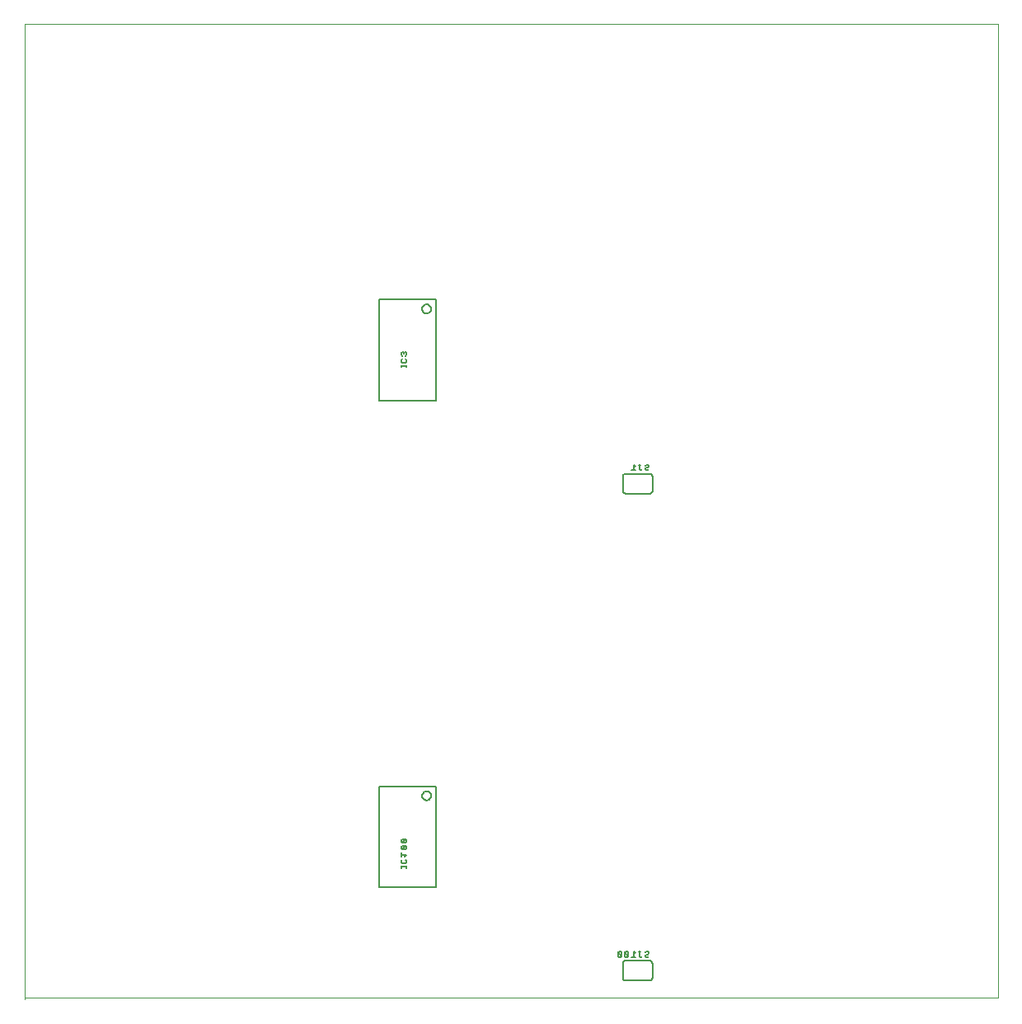
<source format=gbo>
G75*
G70*
%OFA0B0*%
%FSLAX24Y24*%
%IPPOS*%
%LPD*%
%AMOC8*
5,1,8,0,0,1.08239X$1,22.5*
%
%ADD10C,0.0000*%
%ADD11C,0.0060*%
%ADD12C,0.0080*%
D10*
X001050Y001483D02*
X001050Y001561D01*
X001050Y040931D01*
X040420Y040931D01*
X040420Y001561D01*
X001050Y001561D01*
D11*
X015398Y006014D02*
X017702Y006014D01*
X017702Y010109D01*
X015398Y010109D01*
X015398Y006014D01*
X017137Y009725D02*
X017139Y009751D01*
X017145Y009777D01*
X017154Y009802D01*
X017167Y009825D01*
X017183Y009846D01*
X017202Y009864D01*
X017224Y009880D01*
X017247Y009892D01*
X017272Y009900D01*
X017298Y009905D01*
X017325Y009906D01*
X017351Y009903D01*
X017376Y009896D01*
X017401Y009886D01*
X017423Y009872D01*
X017444Y009855D01*
X017461Y009836D01*
X017476Y009814D01*
X017487Y009790D01*
X017495Y009764D01*
X017499Y009738D01*
X017499Y009712D01*
X017495Y009686D01*
X017487Y009660D01*
X017476Y009636D01*
X017461Y009614D01*
X017444Y009595D01*
X017423Y009578D01*
X017401Y009564D01*
X017376Y009554D01*
X017351Y009547D01*
X017325Y009544D01*
X017298Y009545D01*
X017272Y009550D01*
X017247Y009558D01*
X017224Y009570D01*
X017202Y009586D01*
X017183Y009604D01*
X017167Y009625D01*
X017154Y009648D01*
X017145Y009673D01*
X017139Y009699D01*
X017137Y009725D01*
X025250Y002961D02*
X025250Y002361D01*
X025252Y002344D01*
X025256Y002327D01*
X025263Y002311D01*
X025273Y002297D01*
X025286Y002284D01*
X025300Y002274D01*
X025316Y002267D01*
X025333Y002263D01*
X025350Y002261D01*
X026350Y002261D01*
X026367Y002263D01*
X026384Y002267D01*
X026400Y002274D01*
X026414Y002284D01*
X026427Y002297D01*
X026437Y002311D01*
X026444Y002327D01*
X026448Y002344D01*
X026450Y002361D01*
X026450Y002961D01*
X026448Y002978D01*
X026444Y002995D01*
X026437Y003011D01*
X026427Y003025D01*
X026414Y003038D01*
X026400Y003048D01*
X026384Y003055D01*
X026367Y003059D01*
X026350Y003061D01*
X025350Y003061D01*
X025333Y003059D01*
X025316Y003055D01*
X025300Y003048D01*
X025286Y003038D01*
X025273Y003025D01*
X025263Y003011D01*
X025256Y002995D01*
X025252Y002978D01*
X025250Y002961D01*
X025350Y021946D02*
X026350Y021946D01*
X026367Y021948D01*
X026384Y021952D01*
X026400Y021959D01*
X026414Y021969D01*
X026427Y021982D01*
X026437Y021996D01*
X026444Y022012D01*
X026448Y022029D01*
X026450Y022046D01*
X026450Y022646D01*
X026448Y022663D01*
X026444Y022680D01*
X026437Y022696D01*
X026427Y022710D01*
X026414Y022723D01*
X026400Y022733D01*
X026384Y022740D01*
X026367Y022744D01*
X026350Y022746D01*
X025350Y022746D01*
X025333Y022744D01*
X025316Y022740D01*
X025300Y022733D01*
X025286Y022723D01*
X025273Y022710D01*
X025263Y022696D01*
X025256Y022680D01*
X025252Y022663D01*
X025250Y022646D01*
X025250Y022046D01*
X025252Y022029D01*
X025256Y022012D01*
X025263Y021996D01*
X025273Y021982D01*
X025286Y021969D01*
X025300Y021959D01*
X025316Y021952D01*
X025333Y021948D01*
X025350Y021946D01*
X017702Y025699D02*
X017702Y029794D01*
X015398Y029794D01*
X015398Y025699D01*
X017702Y025699D01*
X017137Y029410D02*
X017139Y029436D01*
X017145Y029462D01*
X017154Y029487D01*
X017167Y029510D01*
X017183Y029531D01*
X017202Y029549D01*
X017224Y029565D01*
X017247Y029577D01*
X017272Y029585D01*
X017298Y029590D01*
X017325Y029591D01*
X017351Y029588D01*
X017376Y029581D01*
X017401Y029571D01*
X017423Y029557D01*
X017444Y029540D01*
X017461Y029521D01*
X017476Y029499D01*
X017487Y029475D01*
X017495Y029449D01*
X017499Y029423D01*
X017499Y029397D01*
X017495Y029371D01*
X017487Y029345D01*
X017476Y029321D01*
X017461Y029299D01*
X017444Y029280D01*
X017423Y029263D01*
X017401Y029249D01*
X017376Y029239D01*
X017351Y029232D01*
X017325Y029229D01*
X017298Y029230D01*
X017272Y029235D01*
X017247Y029243D01*
X017224Y029255D01*
X017202Y029271D01*
X017183Y029289D01*
X017167Y029310D01*
X017154Y029333D01*
X017145Y029358D01*
X017139Y029384D01*
X017137Y029410D01*
D12*
X016473Y027657D02*
X016437Y027657D01*
X016400Y027620D01*
X016363Y027657D01*
X016327Y027657D01*
X016290Y027620D01*
X016290Y027547D01*
X016327Y027510D01*
X016400Y027583D02*
X016400Y027620D01*
X016473Y027657D02*
X016510Y027620D01*
X016510Y027547D01*
X016473Y027510D01*
X016473Y027381D02*
X016510Y027344D01*
X016510Y027271D01*
X016473Y027234D01*
X016327Y027234D01*
X016290Y027271D01*
X016290Y027344D01*
X016327Y027381D01*
X016290Y027123D02*
X016290Y027050D01*
X016290Y027086D02*
X016510Y027086D01*
X016510Y027050D02*
X016510Y027123D01*
X025684Y023106D02*
X025684Y022886D01*
X025611Y022886D02*
X025758Y022886D01*
X025758Y023033D02*
X025684Y023106D01*
X025887Y023106D02*
X025960Y023106D01*
X025924Y023106D02*
X025924Y022923D01*
X025960Y022886D01*
X025997Y022886D01*
X026034Y022923D01*
X026163Y022923D02*
X026200Y022886D01*
X026273Y022886D01*
X026310Y022923D01*
X026273Y022996D02*
X026310Y023033D01*
X026310Y023070D01*
X026273Y023106D01*
X026200Y023106D01*
X026163Y023070D01*
X026200Y022996D02*
X026163Y022960D01*
X026163Y022923D01*
X026200Y022996D02*
X026273Y022996D01*
X016473Y007972D02*
X016327Y007972D01*
X016290Y007935D01*
X016290Y007862D01*
X016327Y007825D01*
X016473Y007972D01*
X016510Y007935D01*
X016510Y007862D01*
X016473Y007825D01*
X016327Y007825D01*
X016327Y007696D02*
X016290Y007659D01*
X016290Y007585D01*
X016327Y007549D01*
X016473Y007696D01*
X016327Y007696D01*
X016473Y007696D02*
X016510Y007659D01*
X016510Y007585D01*
X016473Y007549D01*
X016327Y007549D01*
X016290Y007419D02*
X016290Y007273D01*
X016290Y007346D02*
X016510Y007346D01*
X016437Y007273D01*
X016473Y007143D02*
X016510Y007106D01*
X016510Y007033D01*
X016473Y006996D01*
X016327Y006996D01*
X016290Y007033D01*
X016290Y007106D01*
X016327Y007143D01*
X016290Y006886D02*
X016290Y006812D01*
X016290Y006849D02*
X016510Y006849D01*
X016510Y006812D02*
X016510Y006886D01*
X025058Y003385D02*
X025058Y003238D01*
X025095Y003201D01*
X025168Y003201D01*
X025205Y003238D01*
X025058Y003385D01*
X025095Y003421D01*
X025168Y003421D01*
X025205Y003385D01*
X025205Y003238D01*
X025335Y003238D02*
X025371Y003201D01*
X025445Y003201D01*
X025481Y003238D01*
X025335Y003385D01*
X025335Y003238D01*
X025481Y003238D02*
X025481Y003385D01*
X025445Y003421D01*
X025371Y003421D01*
X025335Y003385D01*
X025611Y003201D02*
X025758Y003201D01*
X025684Y003201D02*
X025684Y003421D01*
X025758Y003348D01*
X025887Y003421D02*
X025960Y003421D01*
X025924Y003421D02*
X025924Y003238D01*
X025960Y003201D01*
X025997Y003201D01*
X026034Y003238D01*
X026163Y003238D02*
X026200Y003201D01*
X026273Y003201D01*
X026310Y003238D01*
X026273Y003311D02*
X026200Y003311D01*
X026163Y003275D01*
X026163Y003238D01*
X026273Y003311D02*
X026310Y003348D01*
X026310Y003385D01*
X026273Y003421D01*
X026200Y003421D01*
X026163Y003385D01*
M02*

</source>
